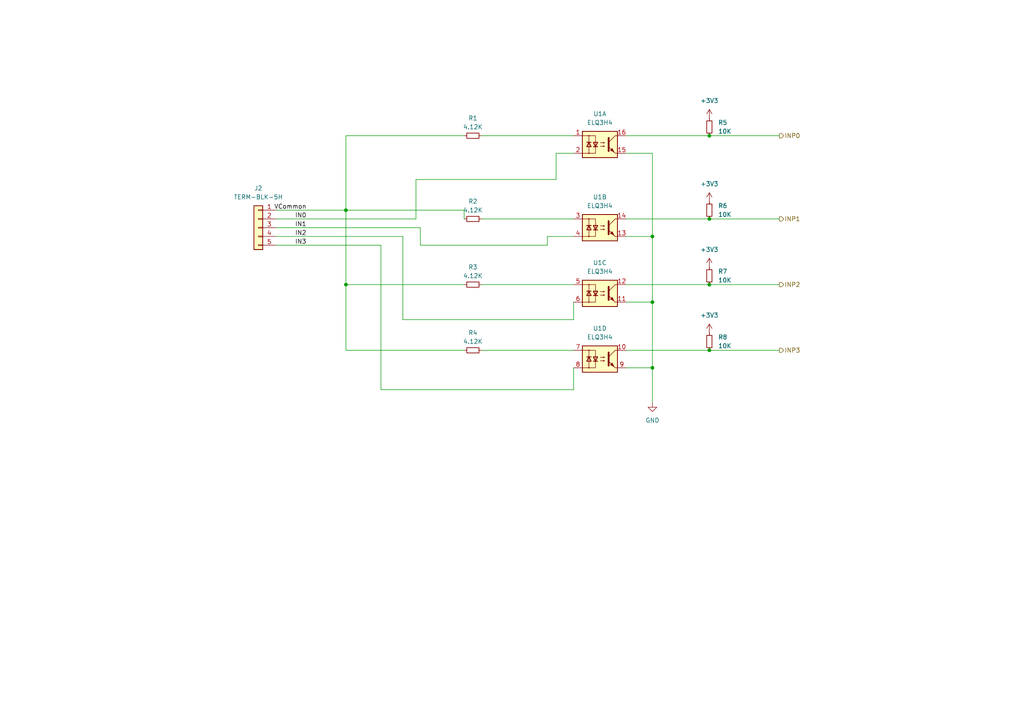
<source format=kicad_sch>
(kicad_sch (version 20230121) (generator eeschema)
  (paper "A4")
  (title_block (title "Kanalog JP12 breakout") (date "2023-05-30") (rev "rev0"))
  (lib_symbols
    (symbol "Device:R_Small" (pin_numbers hide) (pin_names (offset 0.254) hide)
      (property "Reference" "R" (at 0.762 0.508 0))
      (property "Value" "R_Small" (at 0.762 -1.016 0))
      (symbol "R_Small_0_1"
        (rectangle (start -0.762 1.778) (end 0.762 -1.778) (stroke (width 0.2032)))
      )
      (symbol "R_Small_1_1"
        (pin passive line (at 0 2.54 270) (length 0.762) (name "~") (number "1"))
        (pin passive line (at 0 -2.54 90) (length 0.762) (name "~") (number "2"))
      )
    )
    (symbol "hadv-buffers-translators:ELQ3H4" (pin_names (offset 1.016))
      (property "Reference" "U" (at -5.08 5.08 0))
      (property "Value" "ELQ3H4" (at 0 5.08 0))
      (symbol "ELQ3H4_0_1"
        (rectangle (start -5.08 3.81) (end 5.08 -3.81) (stroke (width 0.254)) (fill (type background)))
        (circle (center -3.175 -2.54) (radius 0.127))
        (circle (center -3.175 2.54) (radius 0.127))
        (polyline (pts (xy -3.81 0.635) (xy -2.54 0.635)) (stroke (width 0.254)))
        (polyline (pts (xy -3.175 0.635) (xy -3.175 -2.54)))
        (polyline (pts (xy -3.175 0.635) (xy -3.175 2.54)))
        (polyline (pts (xy -1.905 -0.635) (xy -0.635 -0.635)) (stroke (width 0.254)))
        (polyline (pts (xy 2.54 0.635) (xy 4.445 2.54)))
        (polyline (pts (xy 4.445 -2.54) (xy 2.54 -0.635)) (fill (type outline)))
        (polyline (pts (xy 4.445 -2.54) (xy 5.08 -2.54)))
        (polyline (pts (xy 4.445 2.54) (xy 5.08 2.54)))
        (polyline (pts (xy -5.08 2.54) (xy -1.27 2.54) (xy -1.27 -0.635)))
        (polyline (pts (xy -1.27 -0.635) (xy -1.27 -2.54) (xy -5.08 -2.54)))
        (polyline (pts (xy 2.54 1.905) (xy 2.54 -1.905) (xy 2.54 -1.905)) (stroke (width 0.508)))
        (polyline (pts (xy -3.175 0.635) (xy -3.81 -0.635) (xy -2.54 -0.635) (xy -3.175 0.635)) (stroke (width 0.254)))
        (polyline (pts (xy -1.27 -0.635) (xy -1.905 0.635) (xy -0.635 0.635) (xy -1.27 -0.635)) (stroke (width 0.254)))
        (polyline (pts (xy 0.127 -0.508) (xy 1.397 -0.508) (xy 1.016 -0.635) (xy 1.016 -0.381) (xy 1.397 -0.508)))
        (polyline (pts (xy 0.127 0.508) (xy 1.397 0.508) (xy 1.016 0.381) (xy 1.016 0.635) (xy 1.397 0.508)))
        (polyline (pts (xy 3.048 -1.651) (xy 3.556 -1.143) (xy 4.064 -2.159) (xy 3.048 -1.651) (xy 3.048 -1.651)) (fill (type outline)))
      )
      (symbol "ELQ3H4_1_1"
        (pin passive line (at -7.62 2.54 0) (length 2.54) (name "~") (number "1"))
        (pin passive line (at 7.62 -2.54 180) (length 2.54) (name "~") (number "15"))
        (pin passive line (at 7.62 2.54 180) (length 2.54) (name "~") (number "16"))
        (pin passive line (at -7.62 -2.54 0) (length 2.54) (name "~") (number "2"))
      )
      (symbol "ELQ3H4_2_1"
        (pin passive line (at 7.62 -2.54 180) (length 2.54) (name "~") (number "13"))
        (pin passive line (at 7.62 2.54 180) (length 2.54) (name "~") (number "14"))
        (pin passive line (at -7.62 2.54 0) (length 2.54) (name "~") (number "3"))
        (pin passive line (at -7.62 -2.54 0) (length 2.54) (name "~") (number "4"))
      )
      (symbol "ELQ3H4_3_1"
        (pin passive line (at 7.62 -2.54 180) (length 2.54) (name "~") (number "11"))
        (pin passive line (at 7.62 2.54 180) (length 2.54) (name "~") (number "12"))
        (pin passive line (at -7.62 2.54 0) (length 2.54) (name "~") (number "5"))
        (pin passive line (at -7.62 -2.54 0) (length 2.54) (name "~") (number "6"))
      )
      (symbol "ELQ3H4_4_1"
        (pin passive line (at 7.62 2.54 180) (length 2.54) (name "~") (number "10"))
        (pin passive line (at -7.62 2.54 0) (length 2.54) (name "~") (number "7"))
        (pin passive line (at -7.62 -2.54 0) (length 2.54) (name "~") (number "8"))
        (pin passive line (at 7.62 -2.54 180) (length 2.54) (name "~") (number "9"))
      )
    )
    (symbol "hadv-connectors:TERM-BLK-5H" (pin_names (offset 1.016) hide)
      (property "Reference" "J" (at 0 7.62 0))
      (property "Value" "TERM-BLK-5H" (at 0 -7.62 0))
      (symbol "TERM-BLK-5H_1_1"
        (rectangle (start -1.27 -4.953) (end 0 -5.207) (stroke (width 0.1524)))
        (rectangle (start -1.27 -2.413) (end 0 -2.667) (stroke (width 0.1524)))
        (rectangle (start -1.27 0.127) (end 0 -0.127) (stroke (width 0.1524)))
        (rectangle (start -1.27 2.667) (end 0 2.413) (stroke (width 0.1524)))
        (rectangle (start -1.27 5.207) (end 0 4.953) (stroke (width 0.1524)))
        (rectangle (start -1.27 6.35) (end 1.27 -6.35) (stroke (width 0.254)) (fill (type background)))
        (pin passive line (at -5.08 5.08 0) (length 3.81) (name "Pin_1") (number "1"))
        (pin passive line (at -5.08 2.54 0) (length 3.81) (name "Pin_2") (number "2"))
        (pin passive line (at -5.08 0 0) (length 3.81) (name "Pin_3") (number "3"))
        (pin passive line (at -5.08 -2.54 0) (length 3.81) (name "Pin_4") (number "4"))
        (pin passive line (at -5.08 -5.08 0) (length 3.81) (name "Pin_5") (number "5"))
      )
    )
    (symbol "power:+3V3" (power) (pin_names (offset 0))
      (property "Value" "+3V3" (at 0 3.556 0))
      (symbol "+3V3_0_1"
        (polyline (pts (xy -0.762 1.27) (xy 0 2.54)))
        (polyline (pts (xy 0 0) (xy 0 2.54)))
        (polyline (pts (xy 0 2.54) (xy 0.762 1.27)))
      )
      (symbol "+3V3_1_1"
        (pin power_in line (at 0 0 90) (length 0) hide (name "+3V3") (number "1"))
      )
    )
    (symbol "power:GND" (power) (pin_names (offset 0))
      (property "Value" "GND" (at 0 -3.81 0))
      (symbol "GND_0_1"
        (polyline (pts (xy 0 0) (xy 0 -1.27) (xy 1.27 -1.27) (xy 0 -2.54) (xy -1.27 -1.27) (xy 0 -1.27)))
      )
      (symbol "GND_1_1"
        (pin power_in line (at 0 0 270) (length 0) hide (name "GND") (number "1"))
      )
    )
  )
  (junction (at 100.33 60.96))
  (junction (at 205.74 101.6))
  (junction (at 100.33 82.55))
  (junction (at 189.23 68.58))
  (junction (at 205.74 63.5))
  (junction (at 189.23 87.63))
  (junction (at 189.23 106.68))
  (junction (at 205.74 39.37))
  (junction (at 205.74 82.55))
  (wire (pts (xy 80.01 68.58) (xy 116.84 68.58)))
  (wire (pts (xy 189.23 68.58) (xy 189.23 87.63)))
  (wire (pts (xy 134.62 82.55) (xy 100.33 82.55)))
  (wire (pts (xy 121.92 71.12) (xy 121.92 66.04)))
  (wire (pts (xy 120.65 63.5) (xy 120.65 52.07)))
  (wire (pts (xy 161.29 52.07) (xy 161.29 44.45)))
  (wire (pts (xy 116.84 68.58) (xy 116.84 92.71)))
  (wire (pts (xy 100.33 101.6) (xy 100.33 82.55)))
  (wire (pts (xy 189.23 106.68) (xy 189.23 116.84)))
  (wire (pts (xy 205.74 63.5) (xy 226.06 63.5)))
  (wire (pts (xy 100.33 39.37) (xy 100.33 60.96)))
  (wire (pts (xy 110.49 71.12) (xy 110.49 113.03)))
  (wire (pts (xy 181.61 68.58) (xy 189.23 68.58)))
  (wire (pts (xy 166.37 68.58) (xy 158.75 68.58)))
  (wire (pts (xy 100.33 60.96) (xy 134.62 60.96)))
  (wire (pts (xy 189.23 87.63) (xy 189.23 106.68)))
  (wire (pts (xy 134.62 60.96) (xy 134.62 63.5)))
  (wire (pts (xy 158.75 71.12) (xy 121.92 71.12)))
  (wire (pts (xy 205.74 82.55) (xy 226.06 82.55)))
  (wire (pts (xy 116.84 92.71) (xy 166.37 92.71)))
  (wire (pts (xy 100.33 39.37) (xy 134.62 39.37)))
  (wire (pts (xy 120.65 52.07) (xy 161.29 52.07)))
  (wire (pts (xy 80.01 66.04) (xy 121.92 66.04)))
  (wire (pts (xy 166.37 113.03) (xy 166.37 106.68)))
  (wire (pts (xy 181.61 44.45) (xy 189.23 44.45)))
  (wire (pts (xy 166.37 92.71) (xy 166.37 87.63)))
  (wire (pts (xy 181.61 87.63) (xy 189.23 87.63)))
  (wire (pts (xy 80.01 60.96) (xy 100.33 60.96)))
  (wire (pts (xy 158.75 68.58) (xy 158.75 71.12)))
  (wire (pts (xy 189.23 44.45) (xy 189.23 68.58)))
  (wire (pts (xy 139.7 39.37) (xy 166.37 39.37)))
  (wire (pts (xy 161.29 44.45) (xy 166.37 44.45)))
  (wire (pts (xy 110.49 113.03) (xy 166.37 113.03)))
  (wire (pts (xy 134.62 101.6) (xy 100.33 101.6)))
  (wire (pts (xy 100.33 82.55) (xy 100.33 60.96)))
  (wire (pts (xy 181.61 106.68) (xy 189.23 106.68)))
  (wire (pts (xy 181.61 39.37) (xy 205.74 39.37)))
  (wire (pts (xy 181.61 82.55) (xy 205.74 82.55)))
  (wire (pts (xy 139.7 101.6) (xy 166.37 101.6)))
  (wire (pts (xy 139.7 63.5) (xy 166.37 63.5)))
  (wire (pts (xy 181.61 63.5) (xy 205.74 63.5)))
  (wire (pts (xy 80.01 63.5) (xy 120.65 63.5)))
  (wire (pts (xy 181.61 101.6) (xy 205.74 101.6)))
  (wire (pts (xy 139.7 82.55) (xy 166.37 82.55)))
  (wire (pts (xy 205.74 39.37) (xy 226.06 39.37)))
  (wire (pts (xy 205.74 101.6) (xy 226.06 101.6)))
  (wire (pts (xy 80.01 71.12) (xy 110.49 71.12)))
  (label "IN2" (at 88.9 68.58 180))
  (label "IN3" (at 88.9 71.12 180))
  (label "IN1" (at 88.9 66.04 180))
  (label "VCommon" (at 88.9 60.96 180))
  (label "IN0" (at 88.9 63.5 180))
  (hierarchical_label "INP0" (shape output) (at 226.06 39.37 0))
  (hierarchical_label "INP3" (shape output) (at 226.06 101.6 0))
  (hierarchical_label "INP2" (shape output) (at 226.06 82.55 0))
  (hierarchical_label "INP1" (shape output) (at 226.06 63.5 0))
  (symbol (lib_id "Device:R_Small") (at 137.16 101.6 90) (unit 1)
    (property "Reference" "R4" (at 137.16 96.52 90))
    (property "Value" "4.12K" (at 137.16 99.06 90))
    (property "Footprint" "Resistor_SMD:R_0603_1608Metric" (effects hide))
    (property "LCSC#" "C23041" (effects hide))
    (property "MPN" "0603WAF4121T5E" (effects hide))
    (property "Manufacturer" "Uniroyal" (effects hide))
    (instances (project "kanalog-jp12-breakout" (path "" (reference "R4") (unit 1)) (path "" (reference "R12") (unit 1))))
  )
  (symbol (lib_id "hadv-connectors:TERM-BLK-5H") (at 74.93 66.04 0) (mirror y) (unit 1)
    (property "Reference" "J2" (at 74.93 54.61 0))
    (property "Value" "TERM-BLK-5H" (at 74.93 57.15 0))
    (property "Footprint" "Connector_Phoenix_MC:PhoenixContact_MC_1,5_5-G-3.5_1x05_P3.50mm_Horizontal" (effects hide))
    (property "MPN" "KF2EDGR-3.5-5P" (effects hide))
    (property "Manufacturer" "Cixi Kefa Elec" (effects hide))
    (property "LCSC#" "C441174" (effects hide))
    (instances (project "kanalog-jp12-breakout" (path "" (reference "J2") (unit 1)) (path "" (reference "J3") (unit 1))))
  )
  (symbol (lib_id "hadv-buffers-translators:ELQ3H4") (at 173.99 41.91 0) (unit 1)
    (property "Reference" "U1" (at 173.99 33.02 0))
    (property "Value" "ELQ3H4" (at 173.99 35.56 0))
    (property "Footprint" "Package_SO:SOIC-16W_5.3x10.2mm_P1.27mm" (effects hide))
    (property "Datasheet" "https://datasheet.lcsc.com/lcsc/1810301025_Everlight-Elec-ELQ3H4-TA-G_C150957.pdf" (effects hide))
    (property "MPN" "ELQ3H4(TA)-G" (effects hide))
    (property "Manufacturer" "Everlight Elec" (effects hide))
    (property "LCSC#" "C150957" (effects hide))
    (instances (project "kanalog-jp12-breakout" (path "" (reference "U1") (unit 1)) (path "" (reference "U2") (unit 1))))
  )
  (symbol (lib_id "Device:R_Small") (at 205.74 60.96 0) (unit 1)
    (property "Reference" "R6" (at 208.28 59.69 0) (effects (justify left)))
    (property "Value" "10K" (at 208.28 62.23 0) (effects (justify left)))
    (property "Footprint" "Resistor_SMD:R_0603_1608Metric" (effects hide))
    (property "LCSC#" "C25804" (effects hide))
    (property "MPN" "0603WAF1002T5E" (effects hide))
    (property "Manufacturer" "Uniroyal" (effects hide))
    (instances (project "kanalog-jp12-breakout" (path "" (reference "R6") (unit 1)) (path "" (reference "R14") (unit 1))))
  )
  (symbol (lib_id "power:+3V3") (at 205.74 58.42 0) (unit 1)
    (property "Reference" "#PWR03" (effects hide))
    (property "Value" "+3V3" (at 205.74 53.34 0))
    (instances (project "kanalog-jp12-breakout" (path "" (reference "#PWR03") (unit 1)) (path "" (reference "#PWR08") (unit 1))))
  )
  (symbol (lib_id "Device:R_Small") (at 205.74 99.06 0) (unit 1)
    (property "Reference" "R8" (at 208.28 97.79 0) (effects (justify left)))
    (property "Value" "10K" (at 208.28 100.33 0) (effects (justify left)))
    (property "Footprint" "Resistor_SMD:R_0603_1608Metric" (effects hide))
    (property "LCSC#" "C25804" (effects hide))
    (property "MPN" "0603WAF1002T5E" (effects hide))
    (property "Manufacturer" "Uniroyal" (effects hide))
    (instances (project "kanalog-jp12-breakout" (path "" (reference "R8") (unit 1)) (path "" (reference "R16") (unit 1))))
  )
  (symbol (lib_id "Device:R_Small") (at 205.74 36.83 0) (unit 1)
    (property "Reference" "R5" (at 208.28 35.56 0) (effects (justify left)))
    (property "Value" "10K" (at 208.28 38.1 0) (effects (justify left)))
    (property "Footprint" "Resistor_SMD:R_0603_1608Metric" (effects hide))
    (property "LCSC#" "C25804" (effects hide))
    (property "MPN" "0603WAF1002T5E" (effects hide))
    (property "Manufacturer" "Uniroyal" (effects hide))
    (instances (project "kanalog-jp12-breakout" (path "" (reference "R5") (unit 1)) (path "" (reference "R13") (unit 1))))
  )
  (symbol (lib_id "Device:R_Small") (at 205.74 80.01 0) (unit 1)
    (property "Reference" "R7" (at 208.28 78.74 0) (effects (justify left)))
    (property "Value" "10K" (at 208.28 81.28 0) (effects (justify left)))
    (property "Footprint" "Resistor_SMD:R_0603_1608Metric" (effects hide))
    (property "LCSC#" "C25804" (effects hide))
    (property "MPN" "0603WAF1002T5E" (effects hide))
    (property "Manufacturer" "Uniroyal" (effects hide))
    (instances (project "kanalog-jp12-breakout" (path "" (reference "R7") (unit 1)) (path "" (reference "R15") (unit 1))))
  )
  (symbol (lib_id "Device:R_Small") (at 137.16 39.37 90) (unit 1)
    (property "Reference" "R1" (at 137.16 34.29 90))
    (property "Value" "4.12K" (at 137.16 36.83 90))
    (property "Footprint" "Resistor_SMD:R_0603_1608Metric" (effects hide))
    (property "LCSC#" "C23041" (effects hide))
    (property "MPN" "0603WAF4121T5E" (effects hide))
    (property "Manufacturer" "Uniroyal" (effects hide))
    (instances (project "kanalog-jp12-breakout" (path "" (reference "R1") (unit 1)) (path "" (reference "R9") (unit 1))))
  )
  (symbol (lib_id "power:+3V3") (at 205.74 34.29 0) (unit 1)
    (property "Reference" "#PWR02" (effects hide))
    (property "Value" "+3V3" (at 205.74 29.21 0))
    (instances (project "kanalog-jp12-breakout" (path "" (reference "#PWR02") (unit 1)) (path "" (reference "#PWR07") (unit 1))))
  )
  (symbol (lib_id "power:+3V3") (at 205.74 77.47 0) (unit 1)
    (property "Reference" "#PWR04" (effects hide))
    (property "Value" "+3V3" (at 205.74 72.39 0))
    (instances (project "kanalog-jp12-breakout" (path "" (reference "#PWR04") (unit 1)) (path "" (reference "#PWR09") (unit 1))))
  )
  (symbol (lib_id "hadv-buffers-translators:ELQ3H4") (at 173.99 104.14 0) (unit 4)
    (property "Reference" "U1" (at 173.99 95.25 0))
    (property "Value" "ELQ3H4" (at 173.99 97.79 0))
    (property "Footprint" "Package_SO:SOIC-16W_5.3x10.2mm_P1.27mm" (effects hide))
    (property "Datasheet" "https://datasheet.lcsc.com/lcsc/1810301025_Everlight-Elec-ELQ3H4-TA-G_C150957.pdf" (effects hide))
    (property "MPN" "ELQ3H4(TA)-G" (effects hide))
    (property "Manufacturer" "Everlight Elec" (effects hide))
    (property "LCSC#" "C150957" (effects hide))
    (instances (project "kanalog-jp12-breakout" (path "" (reference "U1") (unit 4)) (path "" (reference "U2") (unit 4))))
  )
  (symbol (lib_id "Device:R_Small") (at 137.16 82.55 90) (unit 1)
    (property "Reference" "R3" (at 137.16 77.47 90))
    (property "Value" "4.12K" (at 137.16 80.01 90))
    (property "Footprint" "Resistor_SMD:R_0603_1608Metric" (effects hide))
    (property "LCSC#" "C23041" (effects hide))
    (property "MPN" "0603WAF4121T5E" (effects hide))
    (property "Manufacturer" "Uniroyal" (effects hide))
    (instances (project "kanalog-jp12-breakout" (path "" (reference "R3") (unit 1)) (path "" (reference "R11") (unit 1))))
  )
  (symbol (lib_id "hadv-buffers-translators:ELQ3H4") (at 173.99 85.09 0) (unit 3)
    (property "Reference" "U1" (at 173.99 76.2 0))
    (property "Value" "ELQ3H4" (at 173.99 78.74 0))
    (property "Footprint" "Package_SO:SOIC-16W_5.3x10.2mm_P1.27mm" (effects hide))
    (property "Datasheet" "https://datasheet.lcsc.com/lcsc/1810301025_Everlight-Elec-ELQ3H4-TA-G_C150957.pdf" (effects hide))
    (property "MPN" "ELQ3H4(TA)-G" (effects hide))
    (property "Manufacturer" "Everlight Elec" (effects hide))
    (property "LCSC#" "C150957" (effects hide))
    (instances (project "kanalog-jp12-breakout" (path "" (reference "U1") (unit 3)) (path "" (reference "U2") (unit 3))))
  )
  (symbol (lib_id "hadv-buffers-translators:ELQ3H4") (at 173.99 66.04 0) (unit 2)
    (property "Reference" "U1" (at 173.99 57.15 0))
    (property "Value" "ELQ3H4" (at 173.99 59.69 0))
    (property "Footprint" "Package_SO:SOIC-16W_5.3x10.2mm_P1.27mm" (effects hide))
    (property "Datasheet" "https://datasheet.lcsc.com/lcsc/1810301025_Everlight-Elec-ELQ3H4-TA-G_C150957.pdf" (effects hide))
    (property "MPN" "ELQ3H4(TA)-G" (effects hide))
    (property "Manufacturer" "Everlight Elec" (effects hide))
    (property "LCSC#" "C150957" (effects hide))
    (instances (project "kanalog-jp12-breakout" (path "" (reference "U1") (unit 2)) (path "" (reference "U2") (unit 2))))
  )
  (symbol (lib_id "power:GND") (at 189.23 116.84 0) (unit 1)
    (property "Reference" "#PWR01" (effects hide))
    (property "Value" "GND" (at 189.23 121.92 0))
    (instances (project "kanalog-jp12-breakout" (path "" (reference "#PWR01") (unit 1)) (path "" (reference "#PWR06") (unit 1))))
  )
  (symbol (lib_id "Device:R_Small") (at 137.16 63.5 90) (unit 1)
    (property "Reference" "R2" (at 137.16 58.42 90))
    (property "Value" "4.12K" (at 137.16 60.96 90))
    (property "Footprint" "Resistor_SMD:R_0603_1608Metric" (effects hide))
    (property "LCSC#" "C23041" (effects hide))
    (property "MPN" "0603WAF4121T5E" (effects hide))
    (property "Manufacturer" "Uniroyal" (effects hide))
    (instances (project "kanalog-jp12-breakout" (path "" (reference "R2") (unit 1)) (path "" (reference "R10") (unit 1))))
  )
  (symbol (lib_id "power:+3V3") (at 205.74 96.52 0) (unit 1)
    (property "Reference" "#PWR05" (effects hide))
    (property "Value" "+3V3" (at 205.74 91.44 0))
    (instances (project "kanalog-jp12-breakout" (path "" (reference "#PWR05") (unit 1)) (path "" (reference "#PWR010") (unit 1))))
  )
)
</source>
